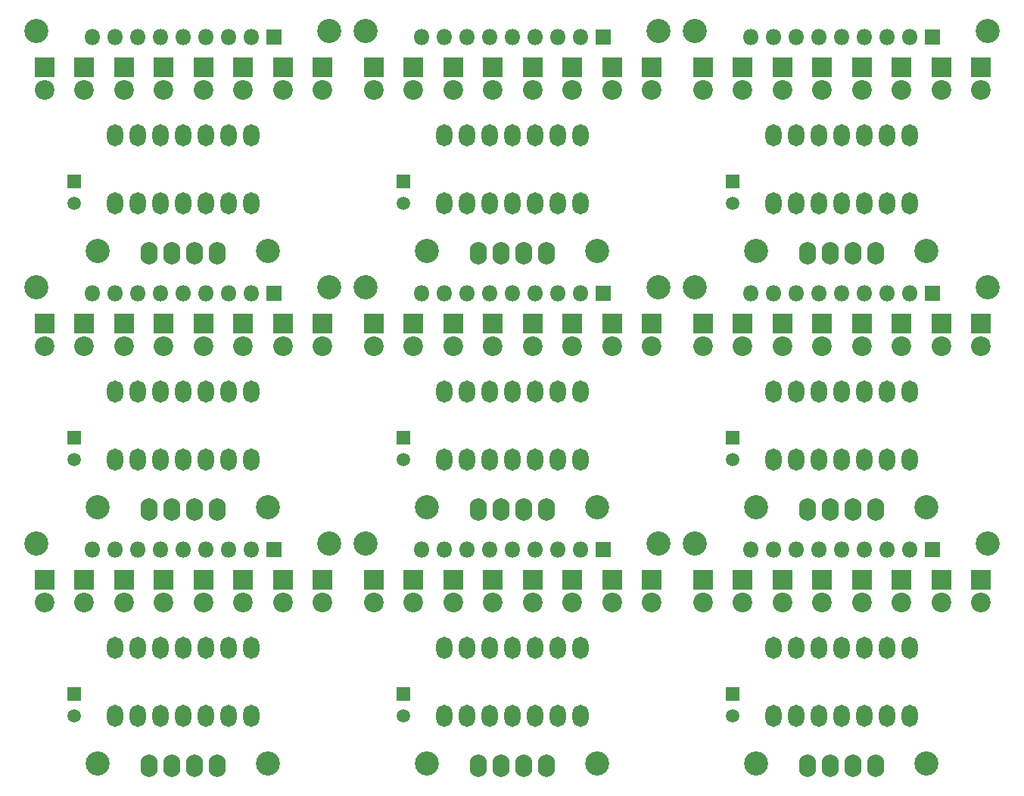
<source format=gts>
G04 #@! TF.FileFunction,Soldermask,Top*
%FSLAX46Y46*%
G04 Gerber Fmt 4.6, Leading zero omitted, Abs format (unit mm)*
G04 Created by KiCad (PCBNEW 4.0.5+dfsg1-4) date Fri May 29 23:18:49 2020*
%MOMM*%
%LPD*%
G01*
G04 APERTURE LIST*
%ADD10C,0.100000*%
%ADD11O,1.927200X2.500000*%
%ADD12R,1.800000X1.800000*%
%ADD13O,1.800000X1.800000*%
%ADD14R,2.200000X2.200000*%
%ADD15C,2.200000*%
%ADD16O,1.800000X2.500000*%
%ADD17C,2.700000*%
%ADD18R,1.500000X1.500000*%
%ADD19C,1.500000*%
G04 APERTURE END LIST*
D10*
D11*
X153035000Y-87122000D03*
X155575000Y-87122000D03*
X158115000Y-87122000D03*
X160655000Y-87122000D03*
X116205000Y-87122000D03*
X118745000Y-87122000D03*
X121285000Y-87122000D03*
X123825000Y-87122000D03*
X189865000Y-87122000D03*
X192405000Y-87122000D03*
X194945000Y-87122000D03*
X197485000Y-87122000D03*
D12*
X167005000Y-62865000D03*
D13*
X164465000Y-62865000D03*
X161925000Y-62865000D03*
X159385000Y-62865000D03*
X156845000Y-62865000D03*
X154305000Y-62865000D03*
X151765000Y-62865000D03*
X149225000Y-62865000D03*
X146685000Y-62865000D03*
D14*
X154686000Y-66294000D03*
D15*
X154686000Y-68834000D03*
D14*
X163576000Y-66294000D03*
D15*
X163576000Y-68834000D03*
D14*
X150241000Y-66294000D03*
D15*
X150241000Y-68834000D03*
D14*
X145796000Y-66294000D03*
D15*
X145796000Y-68834000D03*
D14*
X159131000Y-66294000D03*
D15*
X159131000Y-68834000D03*
D16*
X149225000Y-81534000D03*
X151765000Y-81534000D03*
X154305000Y-81534000D03*
X156845000Y-81534000D03*
X159385000Y-81534000D03*
X161925000Y-81534000D03*
X164465000Y-81534000D03*
X164465000Y-73914000D03*
X161925000Y-73914000D03*
X159385000Y-73914000D03*
X156845000Y-73914000D03*
X154305000Y-73914000D03*
X151765000Y-73914000D03*
X149225000Y-73914000D03*
D17*
X166370000Y-86868000D03*
X147320000Y-86868000D03*
D18*
X144653000Y-79034000D03*
D19*
X144653000Y-81534000D03*
D17*
X173228000Y-62230000D03*
D14*
X168021000Y-66294000D03*
D15*
X168021000Y-68834000D03*
D14*
X172466000Y-66294000D03*
D15*
X172466000Y-68834000D03*
D14*
X113411000Y-66294000D03*
D15*
X113411000Y-68834000D03*
D14*
X104521000Y-66294000D03*
D15*
X104521000Y-68834000D03*
D14*
X108966000Y-66294000D03*
D15*
X108966000Y-68834000D03*
D17*
X103632000Y-62230000D03*
D14*
X141351000Y-66294000D03*
D15*
X141351000Y-68834000D03*
D17*
X136398000Y-62230000D03*
D14*
X135636000Y-66294000D03*
D15*
X135636000Y-68834000D03*
D17*
X140462000Y-62230000D03*
D12*
X130175000Y-62865000D03*
D13*
X127635000Y-62865000D03*
X125095000Y-62865000D03*
X122555000Y-62865000D03*
X120015000Y-62865000D03*
X117475000Y-62865000D03*
X114935000Y-62865000D03*
X112395000Y-62865000D03*
X109855000Y-62865000D03*
D14*
X126746000Y-66294000D03*
D15*
X126746000Y-68834000D03*
D14*
X122301000Y-66294000D03*
D15*
X122301000Y-68834000D03*
D14*
X131191000Y-66294000D03*
D15*
X131191000Y-68834000D03*
D14*
X117856000Y-66294000D03*
D15*
X117856000Y-68834000D03*
D17*
X110490000Y-86868000D03*
X129540000Y-86868000D03*
D16*
X112395000Y-81534000D03*
X114935000Y-81534000D03*
X117475000Y-81534000D03*
X120015000Y-81534000D03*
X122555000Y-81534000D03*
X125095000Y-81534000D03*
X127635000Y-81534000D03*
X127635000Y-73914000D03*
X125095000Y-73914000D03*
X122555000Y-73914000D03*
X120015000Y-73914000D03*
X117475000Y-73914000D03*
X114935000Y-73914000D03*
X112395000Y-73914000D03*
D18*
X107823000Y-79034000D03*
D19*
X107823000Y-81534000D03*
D14*
X182626000Y-66294000D03*
D15*
X182626000Y-68834000D03*
D14*
X178181000Y-66294000D03*
D15*
X178181000Y-68834000D03*
D17*
X177292000Y-62230000D03*
D14*
X187071000Y-66294000D03*
D15*
X187071000Y-68834000D03*
D14*
X191516000Y-66294000D03*
D15*
X191516000Y-68834000D03*
D12*
X203835000Y-62865000D03*
D13*
X201295000Y-62865000D03*
X198755000Y-62865000D03*
X196215000Y-62865000D03*
X193675000Y-62865000D03*
X191135000Y-62865000D03*
X188595000Y-62865000D03*
X186055000Y-62865000D03*
X183515000Y-62865000D03*
D17*
X203200000Y-86868000D03*
D18*
X181483000Y-79034000D03*
D19*
X181483000Y-81534000D03*
D16*
X186055000Y-81534000D03*
X188595000Y-81534000D03*
X191135000Y-81534000D03*
X193675000Y-81534000D03*
X196215000Y-81534000D03*
X198755000Y-81534000D03*
X201295000Y-81534000D03*
X201295000Y-73914000D03*
X198755000Y-73914000D03*
X196215000Y-73914000D03*
X193675000Y-73914000D03*
X191135000Y-73914000D03*
X188595000Y-73914000D03*
X186055000Y-73914000D03*
D17*
X184150000Y-86868000D03*
D14*
X204851000Y-66294000D03*
D15*
X204851000Y-68834000D03*
D14*
X200406000Y-66294000D03*
D15*
X200406000Y-68834000D03*
D14*
X209296000Y-66294000D03*
D15*
X209296000Y-68834000D03*
D17*
X210058000Y-62230000D03*
D14*
X195961000Y-66294000D03*
D15*
X195961000Y-68834000D03*
D11*
X116205000Y-115824000D03*
X118745000Y-115824000D03*
X121285000Y-115824000D03*
X123825000Y-115824000D03*
X116205000Y-144526000D03*
X118745000Y-144526000D03*
X121285000Y-144526000D03*
X123825000Y-144526000D03*
D14*
X135636000Y-94996000D03*
D15*
X135636000Y-97536000D03*
D14*
X131191000Y-94996000D03*
D15*
X131191000Y-97536000D03*
D17*
X136398000Y-90932000D03*
D14*
X126746000Y-94996000D03*
D15*
X126746000Y-97536000D03*
D12*
X130175000Y-91567000D03*
D13*
X127635000Y-91567000D03*
X125095000Y-91567000D03*
X122555000Y-91567000D03*
X120015000Y-91567000D03*
X117475000Y-91567000D03*
X114935000Y-91567000D03*
X112395000Y-91567000D03*
X109855000Y-91567000D03*
D14*
X122301000Y-94996000D03*
D15*
X122301000Y-97536000D03*
D17*
X103632000Y-119634000D03*
D14*
X104521000Y-123698000D03*
D15*
X104521000Y-126238000D03*
D18*
X107823000Y-136438000D03*
D19*
X107823000Y-138938000D03*
D17*
X110490000Y-144272000D03*
D14*
X113411000Y-123698000D03*
D15*
X113411000Y-126238000D03*
D14*
X108966000Y-123698000D03*
D15*
X108966000Y-126238000D03*
D14*
X135636000Y-123698000D03*
D15*
X135636000Y-126238000D03*
D14*
X126746000Y-123698000D03*
D15*
X126746000Y-126238000D03*
D16*
X112395000Y-138938000D03*
X114935000Y-138938000D03*
X117475000Y-138938000D03*
X120015000Y-138938000D03*
X122555000Y-138938000D03*
X125095000Y-138938000D03*
X127635000Y-138938000D03*
X127635000Y-131318000D03*
X125095000Y-131318000D03*
X122555000Y-131318000D03*
X120015000Y-131318000D03*
X117475000Y-131318000D03*
X114935000Y-131318000D03*
X112395000Y-131318000D03*
D17*
X129540000Y-144272000D03*
D14*
X117856000Y-123698000D03*
D15*
X117856000Y-126238000D03*
D14*
X122301000Y-123698000D03*
D15*
X122301000Y-126238000D03*
D14*
X131191000Y-123698000D03*
D15*
X131191000Y-126238000D03*
D18*
X107823000Y-107736000D03*
D19*
X107823000Y-110236000D03*
D17*
X136398000Y-119634000D03*
D12*
X130175000Y-120269000D03*
D13*
X127635000Y-120269000D03*
X125095000Y-120269000D03*
X122555000Y-120269000D03*
X120015000Y-120269000D03*
X117475000Y-120269000D03*
X114935000Y-120269000D03*
X112395000Y-120269000D03*
X109855000Y-120269000D03*
D16*
X112395000Y-110236000D03*
X114935000Y-110236000D03*
X117475000Y-110236000D03*
X120015000Y-110236000D03*
X122555000Y-110236000D03*
X125095000Y-110236000D03*
X127635000Y-110236000D03*
X127635000Y-102616000D03*
X125095000Y-102616000D03*
X122555000Y-102616000D03*
X120015000Y-102616000D03*
X117475000Y-102616000D03*
X114935000Y-102616000D03*
X112395000Y-102616000D03*
D17*
X110490000Y-115570000D03*
X129540000Y-115570000D03*
D14*
X108966000Y-94996000D03*
D15*
X108966000Y-97536000D03*
D14*
X117856000Y-94996000D03*
D15*
X117856000Y-97536000D03*
D17*
X103632000Y-90932000D03*
D14*
X104521000Y-94996000D03*
D15*
X104521000Y-97536000D03*
D14*
X113411000Y-94996000D03*
D15*
X113411000Y-97536000D03*
D11*
X189865000Y-144526000D03*
X192405000Y-144526000D03*
X194945000Y-144526000D03*
X197485000Y-144526000D03*
X153035000Y-144526000D03*
X155575000Y-144526000D03*
X158115000Y-144526000D03*
X160655000Y-144526000D03*
D18*
X181483000Y-136438000D03*
D19*
X181483000Y-138938000D03*
D17*
X184150000Y-144272000D03*
D16*
X186055000Y-138938000D03*
X188595000Y-138938000D03*
X191135000Y-138938000D03*
X193675000Y-138938000D03*
X196215000Y-138938000D03*
X198755000Y-138938000D03*
X201295000Y-138938000D03*
X201295000Y-131318000D03*
X198755000Y-131318000D03*
X196215000Y-131318000D03*
X193675000Y-131318000D03*
X191135000Y-131318000D03*
X188595000Y-131318000D03*
X186055000Y-131318000D03*
D17*
X203200000Y-144272000D03*
D16*
X149225000Y-138938000D03*
X151765000Y-138938000D03*
X154305000Y-138938000D03*
X156845000Y-138938000D03*
X159385000Y-138938000D03*
X161925000Y-138938000D03*
X164465000Y-138938000D03*
X164465000Y-131318000D03*
X161925000Y-131318000D03*
X159385000Y-131318000D03*
X156845000Y-131318000D03*
X154305000Y-131318000D03*
X151765000Y-131318000D03*
X149225000Y-131318000D03*
D14*
X163576000Y-123698000D03*
D15*
X163576000Y-126238000D03*
D14*
X159131000Y-123698000D03*
D15*
X159131000Y-126238000D03*
D17*
X166370000Y-144272000D03*
D18*
X144653000Y-136438000D03*
D19*
X144653000Y-138938000D03*
D17*
X147320000Y-144272000D03*
D12*
X167005000Y-120269000D03*
D13*
X164465000Y-120269000D03*
X161925000Y-120269000D03*
X159385000Y-120269000D03*
X156845000Y-120269000D03*
X154305000Y-120269000D03*
X151765000Y-120269000D03*
X149225000Y-120269000D03*
X146685000Y-120269000D03*
D14*
X182626000Y-123698000D03*
D15*
X182626000Y-126238000D03*
D14*
X191516000Y-123698000D03*
D15*
X191516000Y-126238000D03*
D12*
X203835000Y-120269000D03*
D13*
X201295000Y-120269000D03*
X198755000Y-120269000D03*
X196215000Y-120269000D03*
X193675000Y-120269000D03*
X191135000Y-120269000D03*
X188595000Y-120269000D03*
X186055000Y-120269000D03*
X183515000Y-120269000D03*
D14*
X187071000Y-123698000D03*
D15*
X187071000Y-126238000D03*
D14*
X195961000Y-123698000D03*
D15*
X195961000Y-126238000D03*
D14*
X200406000Y-123698000D03*
D15*
X200406000Y-126238000D03*
D14*
X204851000Y-123698000D03*
D15*
X204851000Y-126238000D03*
D17*
X210058000Y-119634000D03*
D14*
X209296000Y-123698000D03*
D15*
X209296000Y-126238000D03*
D14*
X141351000Y-123698000D03*
D15*
X141351000Y-126238000D03*
D14*
X145796000Y-123698000D03*
D15*
X145796000Y-126238000D03*
D17*
X140462000Y-119634000D03*
D14*
X150241000Y-123698000D03*
D15*
X150241000Y-126238000D03*
D14*
X154686000Y-123698000D03*
D15*
X154686000Y-126238000D03*
D14*
X178181000Y-123698000D03*
D15*
X178181000Y-126238000D03*
D14*
X168021000Y-123698000D03*
D15*
X168021000Y-126238000D03*
D17*
X173228000Y-119634000D03*
X177292000Y-119634000D03*
D14*
X172466000Y-123698000D03*
D15*
X172466000Y-126238000D03*
D11*
X189865000Y-115824000D03*
X192405000Y-115824000D03*
X194945000Y-115824000D03*
X197485000Y-115824000D03*
D17*
X177292000Y-90932000D03*
X184150000Y-115570000D03*
D14*
X182626000Y-94996000D03*
D15*
X182626000Y-97536000D03*
D14*
X178181000Y-94996000D03*
D15*
X178181000Y-97536000D03*
D18*
X181483000Y-107736000D03*
D19*
X181483000Y-110236000D03*
D16*
X186055000Y-110236000D03*
X188595000Y-110236000D03*
X191135000Y-110236000D03*
X193675000Y-110236000D03*
X196215000Y-110236000D03*
X198755000Y-110236000D03*
X201295000Y-110236000D03*
X201295000Y-102616000D03*
X198755000Y-102616000D03*
X196215000Y-102616000D03*
X193675000Y-102616000D03*
X191135000Y-102616000D03*
X188595000Y-102616000D03*
X186055000Y-102616000D03*
D12*
X203835000Y-91567000D03*
D13*
X201295000Y-91567000D03*
X198755000Y-91567000D03*
X196215000Y-91567000D03*
X193675000Y-91567000D03*
X191135000Y-91567000D03*
X188595000Y-91567000D03*
X186055000Y-91567000D03*
X183515000Y-91567000D03*
D14*
X195961000Y-94996000D03*
D15*
X195961000Y-97536000D03*
D14*
X187071000Y-94996000D03*
D15*
X187071000Y-97536000D03*
D14*
X200406000Y-94996000D03*
D15*
X200406000Y-97536000D03*
D14*
X191516000Y-94996000D03*
D15*
X191516000Y-97536000D03*
D14*
X209296000Y-94996000D03*
D15*
X209296000Y-97536000D03*
D17*
X210058000Y-90932000D03*
D14*
X204851000Y-94996000D03*
D15*
X204851000Y-97536000D03*
D17*
X203200000Y-115570000D03*
X147320000Y-115570000D03*
X166370000Y-115570000D03*
X173228000Y-90932000D03*
D18*
X144653000Y-107736000D03*
D19*
X144653000Y-110236000D03*
D14*
X141351000Y-94996000D03*
D15*
X141351000Y-97536000D03*
D14*
X145796000Y-94996000D03*
D15*
X145796000Y-97536000D03*
D14*
X150241000Y-94996000D03*
D15*
X150241000Y-97536000D03*
D14*
X154686000Y-94996000D03*
D15*
X154686000Y-97536000D03*
D14*
X159131000Y-94996000D03*
D15*
X159131000Y-97536000D03*
D14*
X163576000Y-94996000D03*
D15*
X163576000Y-97536000D03*
D14*
X168021000Y-94996000D03*
D15*
X168021000Y-97536000D03*
D14*
X172466000Y-94996000D03*
D15*
X172466000Y-97536000D03*
D12*
X167005000Y-91567000D03*
D13*
X164465000Y-91567000D03*
X161925000Y-91567000D03*
X159385000Y-91567000D03*
X156845000Y-91567000D03*
X154305000Y-91567000D03*
X151765000Y-91567000D03*
X149225000Y-91567000D03*
X146685000Y-91567000D03*
D16*
X149225000Y-110236000D03*
X151765000Y-110236000D03*
X154305000Y-110236000D03*
X156845000Y-110236000D03*
X159385000Y-110236000D03*
X161925000Y-110236000D03*
X164465000Y-110236000D03*
X164465000Y-102616000D03*
X161925000Y-102616000D03*
X159385000Y-102616000D03*
X156845000Y-102616000D03*
X154305000Y-102616000D03*
X151765000Y-102616000D03*
X149225000Y-102616000D03*
D17*
X140462000Y-90932000D03*
D11*
X153035000Y-115824000D03*
X155575000Y-115824000D03*
X158115000Y-115824000D03*
X160655000Y-115824000D03*
M02*

</source>
